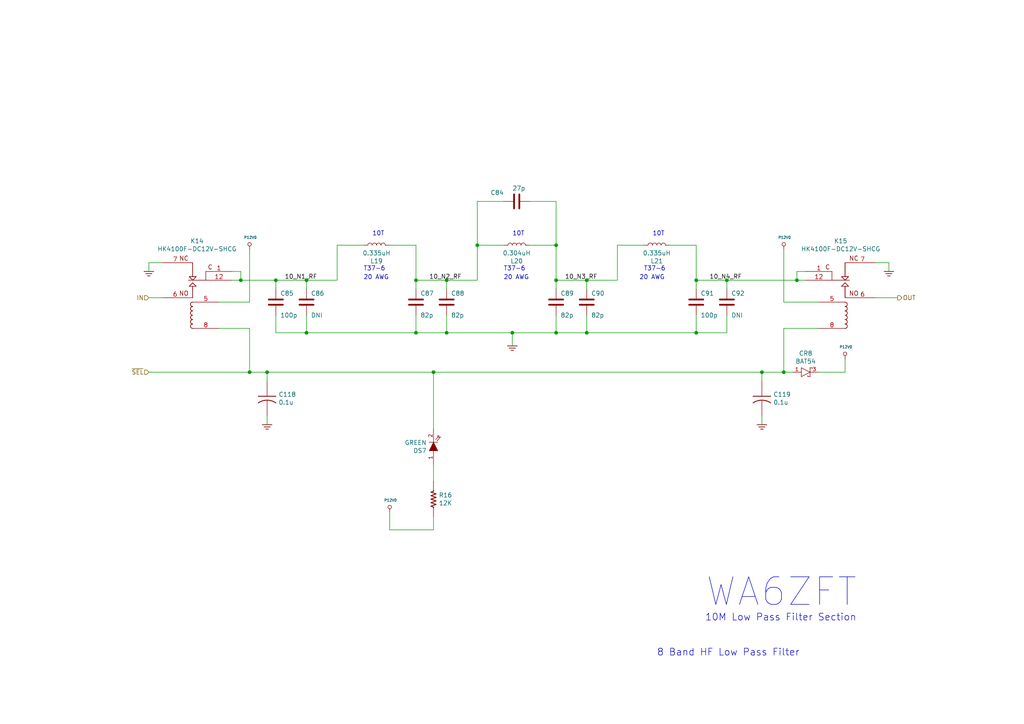
<source format=kicad_sch>
(kicad_sch (version 20211123) (generator eeschema)
  (paper "A4")
  (title_block (rev "X4"))
  (lib_symbols
    (symbol "Device:C" (pin_numbers hide) (pin_names (offset 0.254))
      (property "Reference" "C" (at 0.635 2.54 0))
      (property "Value" "C" (at 0.635 -2.54 0))
      (symbol "C_0_1"
        (polyline (pts (xy -2.032 -0.762) (xy 2.032 -0.762)) (stroke (width 0.508)))
        (polyline (pts (xy -2.032 0.762) (xy 2.032 0.762)) (stroke (width 0.508)))
      )
      (symbol "C_1_1"
        (pin passive line (at 0 3.81 270) (length 2.794) (name "~") (number "1"))
        (pin passive line (at 0 -3.81 90) (length 2.794) (name "~") (number "2"))
      )
    )
    (symbol "Device:L" (pin_numbers hide) (pin_names (offset 1.016) hide)
      (property "Reference" "L" (at -1.27 0 90))
      (property "Value" "L" (at 1.905 0 90))
      (symbol "L_0_1"
        (arc (start 0 -2.54) (mid 0.635 -1.905) (end 0 -1.27))
        (arc (start 0 -1.27) (mid 0.635 -0.635) (end 0 0))
        (arc (start 0 0) (mid 0.635 0.635) (end 0 1.27))
        (arc (start 0 1.27) (mid 0.635 1.905) (end 0 2.54))
      )
      (symbol "L_1_1"
        (pin passive line (at 0 3.81 270) (length 1.27) (name "1") (number "1"))
        (pin passive line (at 0 -3.81 90) (length 1.27) (name "2") (number "2"))
      )
    )
    (symbol "custom:BAT54" (pin_names (offset 1.016) hide)
      (property "Reference" "CR" (at -2.286 1.905 0))
      (property "Value" "BAT54" (at -2.286 -3.429 0))
      (symbol "BAT54_1_0"
        (polyline (pts (xy -1.27 -1.27) (xy 1.27 0)))
        (polyline (pts (xy -1.27 1.27) (xy -1.27 -1.27)))
        (polyline (pts (xy 0.635 -1.016) (xy 0.635 -1.27)))
        (polyline (pts (xy 1.27 -1.27) (xy 0.635 -1.27)))
        (polyline (pts (xy 1.27 0) (xy -1.27 1.27)))
        (polyline (pts (xy 1.27 0) (xy 1.27 -1.27)))
        (polyline (pts (xy 1.27 1.27) (xy 1.27 0)))
        (polyline (pts (xy 1.905 1.27) (xy 1.27 1.27)))
        (polyline (pts (xy 1.905 1.27) (xy 1.905 1.016)))
      )
      (symbol "BAT54_1_1"
        (pin passive line (at -3.81 0 0) (length 2.54) (name "A") (number "1"))
        (pin no_connect line (at -1.27 -5.08 0) (length 5.08) hide (name "") (number "2"))
        (pin passive line (at 3.81 0 180) (length 2.54) (name "C") (number "3"))
      )
    )
    (symbol "custom:C_US" (pin_numbers hide) (pin_names (offset 0.254) hide)
      (property "Reference" "C" (at 1.27 2.54 0))
      (property "Value" "C_US" (at 1.27 -2.54 0))
      (symbol "C_US_0_1"
        (polyline (pts (xy -2.54 0.635) (xy 2.54 0.635) (xy 2.54 0.635)) (stroke (width 0.254)))
        (arc (start 2.54 -1.27) (mid 0 -0.5009) (end -2.54 -1.27) (stroke (width 0.254)))
      )
      (symbol "C_US_1_1"
        (pin passive line (at 0 5.08 270) (length 4.445) (name "~") (number "1"))
        (pin passive line (at 0 -5.08 90) (length 4.445) (name "~") (number "2"))
      )
    )
    (symbol "custom:GND_US" (power) (pin_names (offset 0))
      (symbol "GND_US_0_1"
        (polyline (pts (xy -1.397 0) (xy 1.397 0)) (stroke (width 0.2032)))
        (polyline (pts (xy -0.889 -0.635) (xy 0.889 -0.635)) (stroke (width 0.2032)))
        (polyline (pts (xy -0.381 -1.27) (xy 0.381 -1.27)) (stroke (width 0.2032)))
      )
      (symbol "GND_US_1_1"
        (pin power_in line (at 0 0 90) (length 0) hide (name "GND") (number "1"))
      )
    )
    (symbol "custom:LEDGRN-SAR" (pin_names (offset 1.016) hide)
      (property "Reference" "DS" (at 0 2.54 0))
      (property "Value" "LEDGRN-SAR" (at 0 -2.54 0))
      (symbol "LEDGRN-SAR_0_1"
        (polyline (pts (xy 1.27 1.27) (xy 1.27 -1.27)))
        (polyline (pts (xy -1.27 1.27) (xy 1.27 0) (xy -1.27 -1.27)) (fill (type outline)))
        (polyline (pts (xy 1.651 -1.016) (xy 2.794 -2.032) (xy 2.667 -1.397)))
        (polyline (pts (xy 2.032 -0.635) (xy 3.175 -1.651) (xy 3.048 -1.016)))
      )
      (symbol "LEDGRN-SAR_1_1"
        (pin passive line (at -5.08 0 0) (length 3.81) (name "A") (number "1"))
        (pin passive line (at 5.08 0 180) (length 3.81) (name "K") (number "2"))
      )
    )
    (symbol "custom:P12V0" (power) (pin_names (offset 0))
      (property "Value" "P12V0" (at 0 2.794 0))
      (symbol "P12V0_0_0"
        (pin power_in line (at 0 0 90) (length 0) hide (name "P12V0") (number "1"))
      )
      (symbol "P12V0_0_1"
        (polyline (pts (xy 0 0) (xy 0 1.016) (xy 0 1.016)))
        (circle (center 0 1.524) (radius 0.508))
      )
    )
    (symbol "custom:RELAY_SPDT_HK4100F_SERIES" (pin_names (offset 1.016))
      (property "Reference" "K" (at 0 -17.78 0))
      (property "Value" "RELAY_SPDT_HK4100F_SERIES" (at -1.27 8.89 0))
      (symbol "RELAY_SPDT_HK4100F_SERIES_0_0"
        (text "C" (at -2.54 3.81 0) (effects (font (size 1.27 1.27))))
        (text "NC" (at 5.08 6.35 0) (effects (font (size 1.27 1.27))))
        (text "NO" (at 5.08 -3.81 0) (effects (font (size 1.27 1.27))))
      )
      (symbol "RELAY_SPDT_HK4100F_SERIES_0_1"
        (polyline (pts (xy -1.27 2.54) (xy -1.27 0)))
      )
      (symbol "RELAY_SPDT_HK4100F_SERIES_1_1"
        (polyline (pts (xy -1.27 0) (xy 2.54 0)))
        (polyline (pts (xy -1.27 0) (xy 2.54 0)))
        (polyline (pts (xy 1.524 -1.7526) (xy 3.5306 -1.7526)))
        (polyline (pts (xy 1.524 -1.7526) (xy 3.5306 -1.7526)))
        (polyline (pts (xy 1.524 1.0414) (xy 3.5306 1.0414)))
        (polyline (pts (xy 1.524 1.0414) (xy 3.5306 1.0414)))
        (polyline (pts (xy 2.54 -2.54) (xy 2.54 -2.032)))
        (polyline (pts (xy 2.54 -2.54) (xy 2.54 -2.032)))
        (polyline (pts (xy 2.54 -2.032) (xy 2.54 -1.7526)))
        (polyline (pts (xy 2.54 -2.032) (xy 2.54 -1.7526)))
        (polyline (pts (xy 2.54 -0.762) (xy 1.524 -1.7526)))
        (polyline (pts (xy 2.54 -0.762) (xy 1.524 -1.7526)))
        (polyline (pts (xy 2.54 0) (xy 1.524 1.0414)))
        (polyline (pts (xy 2.54 0) (xy 1.524 1.0414)))
        (polyline (pts (xy 2.54 0) (xy 3.81 0)))
        (polyline (pts (xy 2.54 0) (xy 3.81 0)))
        (polyline (pts (xy 2.54 2.54) (xy 2.54 1.0414)))
        (polyline (pts (xy 2.54 2.54) (xy 2.54 1.0414)))
        (polyline (pts (xy 3.5306 -1.7526) (xy 2.54 -0.762)))
        (polyline (pts (xy 3.5306 -1.7526) (xy 2.54 -0.762)))
        (polyline (pts (xy 3.5306 1.0414) (xy 2.54 0)))
        (polyline (pts (xy 3.5306 1.0414) (xy 2.54 0)))
        (polyline (pts (xy 3.81 -5.08) (xy 2.54 -5.08) (xy 2.54 -2.54)))
        (polyline (pts (xy 3.81 -5.08) (xy 2.54 -5.08) (xy 2.54 -2.54)))
        (polyline (pts (xy 3.81 5.08) (xy 2.54 5.08) (xy 2.54 2.54)))
        (polyline (pts (xy 3.81 5.08) (xy 2.54 5.08) (xy 2.54 2.54)))
        (arc (start 2.54 -13.97) (mid 3.175 -13.335) (end 2.54 -12.7))
        (arc (start 2.54 -13.97) (mid 3.175 -13.335) (end 2.54 -12.7))
        (arc (start 2.54 -12.7) (mid 3.175 -12.065) (end 2.54 -11.43))
        (arc (start 2.54 -12.7) (mid 3.175 -12.065) (end 2.54 -11.43))
        (arc (start 2.54 -11.43) (mid 3.175 -10.795) (end 2.54 -10.16))
        (arc (start 2.54 -11.43) (mid 3.175 -10.795) (end 2.54 -10.16))
        (arc (start 2.54 -10.16) (mid 3.175 -9.525) (end 2.54 -8.89))
        (arc (start 2.54 -10.16) (mid 3.175 -9.525) (end 2.54 -8.89))
        (arc (start 2.54 -8.89) (mid 3.175 -8.255) (end 2.54 -7.62))
        (arc (start 2.54 -8.89) (mid 3.175 -8.255) (end 2.54 -7.62))
        (arc (start 2.54 -7.62) (mid 3.175 -6.985) (end 2.54 -6.35))
        (arc (start 2.54 -7.62) (mid 3.175 -6.985) (end 2.54 -6.35))
        (pin passive line (at -8.89 2.54 0) (length 7.62) (name "~") (number "1"))
        (pin passive line (at -8.89 0 0) (length 7.62) (name "~") (number "12"))
        (pin passive line (at -5.08 -6.35 0) (length 7.62) (name "~") (number "5"))
        (pin passive line (at 11.43 -5.08 180) (length 7.62) (name "~") (number "6"))
        (pin passive line (at 11.43 5.08 180) (length 7.62) (name "~") (number "7"))
        (pin passive line (at -5.08 -13.97 0) (length 7.62) (name "~") (number "8"))
      )
    )
    (symbol "custom:R_US" (pin_numbers hide) (pin_names (offset 1.016) hide)
      (property "Reference" "R" (at 2.032 0 90))
      (property "Value" "R_US" (at -2.032 0 90))
      (symbol "R_US_0_0"
        (polyline (pts (xy 0 -2.54) (xy 0 -2.54) (xy 0 -2.286) (xy -0.762 -2.032) (xy 0.762 -1.524) (xy -0.762 -1.016) (xy 0.762 -0.508) (xy -0.762 0) (xy 0.762 0.508) (xy -0.762 1.016) (xy 0.762 1.524) (xy -0.762 2.032) (xy 0 2.286) (xy 0 2.54) (xy 0 2.54)) (stroke (width 0.254)))
      )
      (symbol "R_US_1_1"
        (pin passive line (at 0 5.08 270) (length 2.54) (name "~") (number "1"))
        (pin passive line (at 0 -5.08 90) (length 2.54) (name "~") (number "2"))
      )
    )
  )
  (junction (at 220.98 107.95))
  (junction (at 170.18 96.52))
  (junction (at 231.14 81.28))
  (junction (at 210.82 81.28))
  (junction (at 120.65 81.28))
  (junction (at 201.93 96.52))
  (junction (at 161.29 71.12))
  (junction (at 201.93 81.28))
  (junction (at 170.18 81.28))
  (junction (at 161.29 96.52))
  (junction (at 88.9 81.28))
  (junction (at 227.33 107.95))
  (junction (at 88.9 96.52))
  (junction (at 69.85 81.28))
  (junction (at 77.47 107.95))
  (junction (at 80.01 81.28))
  (junction (at 129.54 81.28))
  (junction (at 120.65 96.52))
  (junction (at 125.73 107.95))
  (junction (at 148.59 96.52))
  (junction (at 161.29 81.28))
  (junction (at 129.54 96.52))
  (junction (at 138.43 71.12))
  (junction (at 72.39 107.95))
  (wire (pts (xy 129.54 91.44) (xy 129.54 96.52)))
  (wire (pts (xy 69.85 81.28) (xy 80.01 81.28)))
  (wire (pts (xy 77.47 120.65) (xy 77.47 123.19)))
  (wire (pts (xy 201.93 96.52) (xy 210.82 96.52)))
  (wire (pts (xy 237.49 107.95) (xy 245.11 107.95)))
  (wire (pts (xy 194.31 71.12) (xy 201.93 71.12)))
  (wire (pts (xy 237.49 87.63) (xy 227.33 87.63)))
  (wire (pts (xy 161.29 58.42) (xy 161.29 71.12)))
  (wire (pts (xy 43.18 76.2) (xy 43.18 78.74)))
  (wire (pts (xy 146.05 58.42) (xy 138.43 58.42)))
  (wire (pts (xy 72.39 107.95) (xy 77.47 107.95)))
  (wire (pts (xy 88.9 83.82) (xy 88.9 81.28)))
  (wire (pts (xy 120.65 71.12) (xy 120.65 81.28)))
  (wire (pts (xy 231.14 78.74) (xy 231.14 81.28)))
  (wire (pts (xy 113.03 71.12) (xy 120.65 71.12)))
  (wire (pts (xy 170.18 96.52) (xy 201.93 96.52)))
  (wire (pts (xy 220.98 120.65) (xy 220.98 123.19)))
  (wire (pts (xy 120.65 91.44) (xy 120.65 96.52)))
  (wire (pts (xy 63.5 95.25) (xy 72.39 95.25)))
  (wire (pts (xy 77.47 110.49) (xy 77.47 107.95)))
  (wire (pts (xy 201.93 83.82) (xy 201.93 81.28)))
  (wire (pts (xy 227.33 87.63) (xy 227.33 72.39)))
  (wire (pts (xy 120.65 81.28) (xy 129.54 81.28)))
  (wire (pts (xy 77.47 107.95) (xy 125.73 107.95)))
  (wire (pts (xy 186.69 71.12) (xy 179.07 71.12)))
  (wire (pts (xy 63.5 87.63) (xy 72.39 87.63)))
  (wire (pts (xy 233.68 81.28) (xy 231.14 81.28)))
  (wire (pts (xy 170.18 83.82) (xy 170.18 81.28)))
  (wire (pts (xy 210.82 83.82) (xy 210.82 81.28)))
  (wire (pts (xy 67.31 78.74) (xy 69.85 78.74)))
  (wire (pts (xy 179.07 71.12) (xy 179.07 81.28)))
  (wire (pts (xy 129.54 81.28) (xy 138.43 81.28)))
  (wire (pts (xy 210.82 81.28) (xy 231.14 81.28)))
  (wire (pts (xy 67.31 81.28) (xy 69.85 81.28)))
  (wire (pts (xy 153.67 58.42) (xy 161.29 58.42)))
  (wire (pts (xy 148.59 100.33) (xy 148.59 96.52)))
  (wire (pts (xy 210.82 81.28) (xy 201.93 81.28)))
  (wire (pts (xy 80.01 81.28) (xy 88.9 81.28)))
  (wire (pts (xy 72.39 87.63) (xy 72.39 72.39)))
  (wire (pts (xy 80.01 83.82) (xy 80.01 81.28)))
  (wire (pts (xy 88.9 91.44) (xy 88.9 96.52)))
  (wire (pts (xy 220.98 107.95) (xy 227.33 107.95)))
  (wire (pts (xy 201.93 91.44) (xy 201.93 96.52)))
  (wire (pts (xy 88.9 81.28) (xy 97.79 81.28)))
  (wire (pts (xy 129.54 96.52) (xy 148.59 96.52)))
  (wire (pts (xy 201.93 81.28) (xy 201.93 71.12)))
  (wire (pts (xy 229.87 107.95) (xy 227.33 107.95)))
  (wire (pts (xy 254 76.2) (xy 257.81 76.2)))
  (wire (pts (xy 138.43 58.42) (xy 138.43 71.12)))
  (wire (pts (xy 105.41 71.12) (xy 97.79 71.12)))
  (wire (pts (xy 138.43 71.12) (xy 138.43 81.28)))
  (wire (pts (xy 170.18 91.44) (xy 170.18 96.52)))
  (wire (pts (xy 80.01 96.52) (xy 88.9 96.52)))
  (wire (pts (xy 72.39 95.25) (xy 72.39 107.95)))
  (wire (pts (xy 170.18 81.28) (xy 161.29 81.28)))
  (wire (pts (xy 97.79 71.12) (xy 97.79 81.28)))
  (wire (pts (xy 161.29 71.12) (xy 161.29 81.28)))
  (wire (pts (xy 227.33 107.95) (xy 227.33 95.25)))
  (wire (pts (xy 125.73 107.95) (xy 220.98 107.95)))
  (wire (pts (xy 88.9 96.52) (xy 120.65 96.52)))
  (wire (pts (xy 153.67 71.12) (xy 161.29 71.12)))
  (wire (pts (xy 146.05 71.12) (xy 138.43 71.12)))
  (wire (pts (xy 69.85 78.74) (xy 69.85 81.28)))
  (wire (pts (xy 220.98 110.49) (xy 220.98 107.95)))
  (wire (pts (xy 129.54 83.82) (xy 129.54 81.28)))
  (wire (pts (xy 80.01 91.44) (xy 80.01 96.52)))
  (wire (pts (xy 120.65 81.28) (xy 120.65 83.82)))
  (wire (pts (xy 257.81 76.2) (xy 257.81 78.74)))
  (wire (pts (xy 113.03 153.67) (xy 113.03 148.59)))
  (wire (pts (xy 179.07 81.28) (xy 170.18 81.28)))
  (wire (pts (xy 161.29 96.52) (xy 170.18 96.52)))
  (wire (pts (xy 161.29 81.28) (xy 161.29 83.82)))
  (wire (pts (xy 254 86.36) (xy 260.35 86.36)))
  (wire (pts (xy 72.39 107.95) (xy 43.18 107.95)))
  (wire (pts (xy 245.11 107.95) (xy 245.11 104.14)))
  (wire (pts (xy 233.68 78.74) (xy 231.14 78.74)))
  (wire (pts (xy 148.59 96.52) (xy 161.29 96.52)))
  (wire (pts (xy 125.73 124.46) (xy 125.73 107.95)))
  (wire (pts (xy 210.82 91.44) (xy 210.82 96.52)))
  (wire (pts (xy 227.33 95.25) (xy 237.49 95.25)))
  (wire (pts (xy 161.29 91.44) (xy 161.29 96.52)))
  (wire (pts (xy 46.99 76.2) (xy 43.18 76.2)))
  (wire (pts (xy 125.73 153.67) (xy 113.03 153.67)))
  (wire (pts (xy 46.99 86.36) (xy 43.18 86.36)))
  (wire (pts (xy 120.65 96.52) (xy 129.54 96.52)))
  (wire (pts (xy 125.73 134.62) (xy 125.73 139.7)))
  (wire (pts (xy 125.73 149.86) (xy 125.73 153.67)))
  (text "20 AWG" (at 146.05 81.28 0) (effects (font (size 1.27 1.27)) (justify left bottom)))
  (text "10T" (at 189.23 68.58 0) (effects (font (size 1.27 1.27)) (justify left bottom)))
  (text "20 AWG" (at 105.41 81.28 0) (effects (font (size 1.27 1.27)) (justify left bottom)))
  (text "WA6ZFT\n" (at 204.47 176.53 0) (effects (font (size 8.001 8.001)) (justify left bottom)))
  (text "T37-6" (at 105.41 78.74 0) (effects (font (size 1.27 1.27)) (justify left bottom)))
  (text "T37-6" (at 186.69 78.74 0) (effects (font (size 1.27 1.27)) (justify left bottom)))
  (text "10M Low Pass Filter Section" (at 204.47 180.34 0) (effects (font (size 2.0066 2.0066)) (justify left bottom)))
  (text "10T" (at 148.59 68.58 0) (effects (font (size 1.27 1.27)) (justify left bottom)))
  (text "T37-6" (at 146.05 78.74 0) (effects (font (size 1.27 1.27)) (justify left bottom)))
  (text "10T" (at 107.95 68.58 0) (effects (font (size 1.27 1.27)) (justify left bottom)))
  (text "20 AWG" (at 185.42 81.28 0) (effects (font (size 1.27 1.27)) (justify left bottom)))
  (text "8 Band HF Low Pass Filter" (at 190.5 190.5 0) (effects (font (size 2.0066 2.0066)) (justify left bottom)))
  (label "10_N3_RF" (at 163.83 81.28 0))
  (label "10_N4_RF" (at 205.74 81.28 0))
  (label "10_N2_RF" (at 124.46 81.28 0))
  (label "10_N1_RF" (at 82.55 81.28 0))
  (hierarchical_label "IN" (shape input) (at 43.18 86.36 180))
  (hierarchical_label "~{SEL}" (shape input) (at 43.18 107.95 180))
  (hierarchical_label "OUT" (shape output) (at 260.35 86.36 0))
  (symbol (lib_id "Device:L") (at 149.86 71.12 90) (unit 1)
    (property "Reference" "L20" (at 149.86 75.7174 90))
    (property "Value" "0.304uH" (at 149.86 73.406 90))
    (property "Footprint" "mods:TOROID_T50_VERT" (effects hide))
    (property "PartNumber" "800234-506" (effects hide))
  )
  (symbol (lib_id "Device:L") (at 190.5 71.12 90) (unit 1)
    (property "Reference" "L21" (at 190.5 75.7174 90))
    (property "Value" "0.335uH" (at 190.5 73.406 90))
    (property "Footprint" "mods:TOROID_T50_VERT" (effects hide))
    (property "PartNumber" "800234-506" (effects hide))
  )
  (symbol (lib_id "Device:L") (at 109.22 71.12 90) (unit 1)
    (property "Reference" "L19" (at 109.22 75.7174 90))
    (property "Value" "0.335uH" (at 109.22 73.406 90))
    (property "Footprint" "mods:TOROID_T50_VERT" (effects hide))
    (property "PartNumber" "800234-506" (effects hide))
  )
  (symbol (lib_id "custom:GND_US") (at 148.59 100.33 0) (unit 1)
    (property "Reference" "#PWR0163" (effects hide))
    (property "Value" "GND_US" (effects hide))
  )
  (symbol (lib_id "custom:GND_US") (at 43.18 78.74 0) (unit 1)
    (property "Reference" "#PWR0164" (effects hide))
    (property "Value" "GND_US" (effects hide))
  )
  (symbol (lib_id "custom:GND_US") (at 257.81 78.74 0) (unit 1)
    (property "Reference" "#PWR0165" (effects hide))
    (property "Value" "GND_US" (effects hide))
  )
  (symbol (lib_id "custom:P12V0") (at 72.39 72.39 0) (unit 1)
    (property "Reference" "#PWR0166" (effects hide))
    (property "Value" "P12V0" (at 72.6186 68.8848 0) (effects (font (size 0.762 0.762))))
  )
  (symbol (lib_id "custom:P12V0") (at 227.33 72.39 0) (unit 1)
    (property "Reference" "#PWR0167" (effects hide))
    (property "Value" "P12V0" (at 227.5586 68.8848 0) (effects (font (size 0.762 0.762))))
  )
  (symbol (lib_id "custom:BAT54") (at 233.68 107.95 0) (unit 1)
    (property "Reference" "CR8" (at 233.68 102.489 0))
    (property "Value" "BAT54" (at 233.68 104.8004 0))
    (property "Footprint" "mods:SOT23-3-SAR-V2" (effects hide))
    (property "PartNumber" "800127-101" (effects hide))
  )
  (symbol (lib_id "custom:P12V0") (at 245.11 104.14 0) (unit 1)
    (property "Reference" "#PWR0168" (effects hide))
    (property "Value" "P12V0" (at 245.3386 100.6348 0) (effects (font (size 0.762 0.762))))
  )
  (symbol (lib_id "Device:C") (at 80.01 87.63 0) (unit 1)
    (property "Reference" "C85" (at 81.28 85.09 0) (effects (justify left)))
    (property "Value" "100p" (at 81.28 91.44 0) (effects (justify left)))
    (property "Footprint" "mods:CC0805" (effects hide))
    (property "PartNumber" "800232-101" (effects hide))
  )
  (symbol (lib_id "Device:C") (at 149.86 58.42 270) (unit 1)
    (property "Reference" "C84" (at 142.24 55.88 90) (effects (justify left)))
    (property "Value" "27p" (at 148.59 54.61 90) (effects (justify left)))
    (property "Footprint" "mods:CC0805" (effects hide))
    (property "PartNumber" "800232-270" (effects hide))
  )
  (symbol (lib_id "custom:LEDGRN-SAR") (at 125.73 129.54 90) (unit 1)
    (property "Reference" "DS7" (at 123.7488 130.7084 90) (effects (justify left)))
    (property "Value" "GREEN" (at 123.7488 128.397 90) (effects (justify left)))
    (property "Footprint" "LED0805" (effects hide))
    (property "PartNumber" "800113-102" (effects hide))
  )
  (symbol (lib_id "custom:R_US") (at 125.73 144.78 0) (unit 1)
    (property "Reference" "R16" (at 127.254 143.6116 0) (effects (justify left)))
    (property "Value" "12K" (at 127.254 145.923 0) (effects (justify left)))
    (property "Footprint" "mods:RC0805" (effects hide))
    (property "PartNumber" "800XXX-XXX" (effects hide))
  )
  (symbol (lib_id "custom:P12V0") (at 113.03 148.59 0) (unit 1)
    (property "Reference" "#PWR0169" (effects hide))
    (property "Value" "P12V0" (at 113.2586 145.0848 0) (effects (font (size 0.762 0.762))))
  )
  (symbol (lib_id "custom:RELAY_SPDT_HK4100F_SERIES") (at 58.42 81.28 0) (mirror y) (unit 1)
    (property "Reference" "K14" (at 57.15 69.9008 0))
    (property "Value" "HK4100F-DC12V-SHCG" (at 57.15 72.2122 0))
    (property "Footprint" "mods:RELAY_HK4100" (effects hide))
    (property "PartNumber" "800231-101" (effects hide))
  )
  (symbol (lib_id "custom:RELAY_SPDT_HK4100F_SERIES") (at 242.57 81.28 0) (unit 1)
    (property "Reference" "K15" (at 243.84 69.9008 0))
    (property "Value" "HK4100F-DC12V-SHCG" (at 243.84 72.2122 0))
    (property "Footprint" "mods:RELAY_HK4100" (effects hide))
    (property "PartNumber" "800231-101" (effects hide))
  )
  (symbol (lib_id "Device:C") (at 120.65 87.63 0) (unit 1)
    (property "Reference" "C87" (at 121.92 85.09 0) (effects (justify left)))
    (property "Value" "82p" (at 121.92 91.44 0) (effects (justify left)))
    (property "Footprint" "mods:CC0805" (effects hide))
    (property "PartNumber" "800232-820" (effects hide))
  )
  (symbol (lib_id "Device:C") (at 210.82 87.63 0) (unit 1)
    (property "Reference" "C92" (at 212.09 85.09 0) (effects (justify left)))
    (property "Value" "DNI" (at 212.09 91.44 0) (effects (justify left)))
    (property "Footprint" "mods:CC0805" (effects hide))
    (property "PartNumber" "800XXX-XXX" (effects hide))
  )
  (symbol (lib_id "Device:C") (at 88.9 87.63 0) (unit 1)
    (property "Reference" "C86" (at 90.17 85.09 0) (effects (justify left)))
    (property "Value" "DNI" (at 90.17 91.44 0) (effects (justify left)))
    (property "Footprint" "mods:CC0805" (effects hide))
    (property "PartNumber" "800XXX-XXX" (effects hide))
  )
  (symbol (lib_id "Device:C") (at 129.54 87.63 0) (unit 1)
    (property "Reference" "C88" (at 130.81 85.09 0) (effects (justify left)))
    (property "Value" "82p" (at 130.81 91.44 0) (effects (justify left)))
    (property "Footprint" "mods:CC0805" (effects hide))
    (property "PartNumber" "800232-820" (effects hide))
  )
  (symbol (lib_id "Device:C") (at 161.29 87.63 0) (unit 1)
    (property "Reference" "C89" (at 162.56 85.09 0) (effects (justify left)))
    (property "Value" "82p" (at 162.56 91.44 0) (effects (justify left)))
    (property "Footprint" "mods:CC0805" (effects hide))
    (property "PartNumber" "800232-820" (effects hide))
  )
  (symbol (lib_id "Device:C") (at 170.18 87.63 0) (unit 1)
    (property "Reference" "C90" (at 171.45 85.09 0) (effects (justify left)))
    (property "Value" "82p" (at 171.45 91.44 0) (effects (justify left)))
    (property "Footprint" "mods:CC0805" (effects hide))
    (property "PartNumber" "800232-820" (effects hide))
  )
  (symbol (lib_id "Device:C") (at 201.93 87.63 0) (unit 1)
    (property "Reference" "C91" (at 203.2 85.09 0) (effects (justify left)))
    (property "Value" "100p" (at 203.2 91.44 0) (effects (justify left)))
    (property "Footprint" "mods:CC0805" (effects hide))
    (property "PartNumber" "800232-101" (effects hide))
  )
  (symbol (lib_id "custom:C_US") (at 77.47 115.57 0) (unit 1)
    (property "Reference" "C118" (at 80.772 114.4016 0) (effects (justify left)))
    (property "Value" "0.1u" (at 80.772 116.713 0) (effects (justify left)))
    (property "Footprint" "mods:CC0805" (effects hide))
    (property "PartNumber" "800063-XXX" (effects hide))
  )
  (symbol (lib_id "custom:GND_US") (at 77.47 123.19 0) (unit 1)
    (property "Reference" "#PWR0190" (effects hide))
    (property "Value" "GND_US" (effects hide))
  )
  (symbol (lib_id "custom:C_US") (at 220.98 115.57 0) (unit 1)
    (property "Reference" "C119" (at 224.282 114.4016 0) (effects (justify left)))
    (property "Value" "0.1u" (at 224.282 116.713 0) (effects (justify left)))
    (property "Footprint" "mods:CC0805" (effects hide))
    (property "PartNumber" "800063-XXX" (effects hide))
  )
  (symbol (lib_id "custom:GND_US") (at 220.98 123.19 0) (unit 1)
    (property "Reference" "#PWR0191" (effects hide))
    (property "Value" "GND_US" (effects hide))
  )
)
</source>
